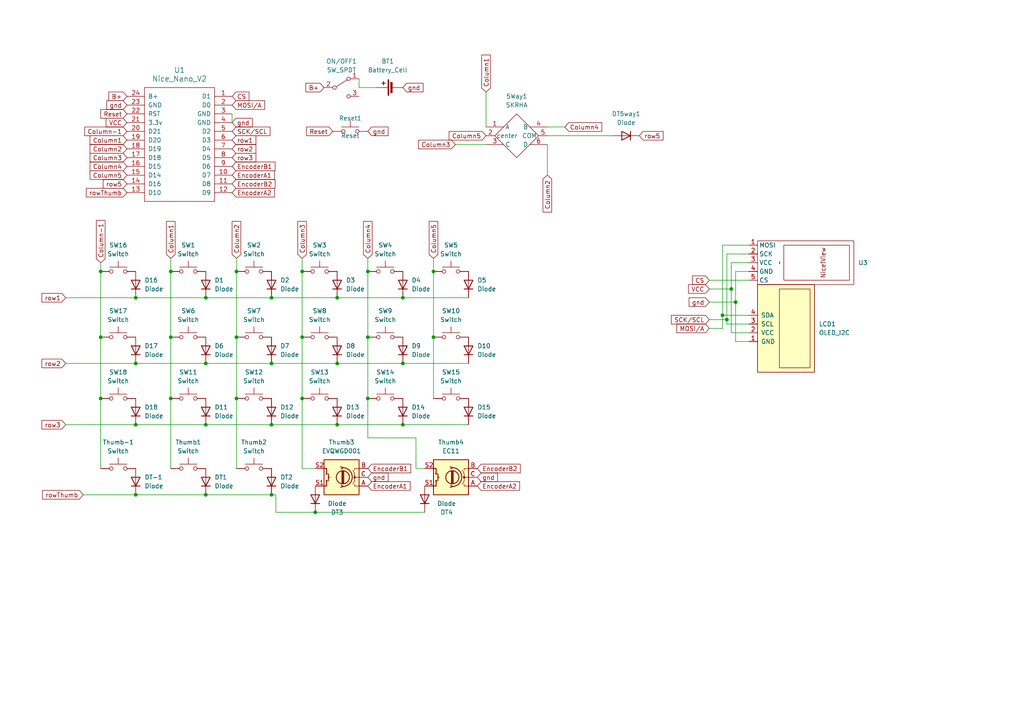
<source format=kicad_sch>
(kicad_sch (version 20230121) (generator eeschema)
  (paper "A4")
  (lib_symbols
    (symbol "Device:Battery_Cell" (pin_numbers hide) (pin_names (offset 0) hide)
      (property "Reference" "BT" (at 2.54 2.54 0))
      (property "Value" "Battery_Cell" (at 2.54 0 0))
      (symbol "Battery_Cell_0_1"
        (rectangle (start -2.286 1.778) (end 2.286 1.524) (fill (type outline)))
        (rectangle (start -1.524 1.016) (end 1.524 0.508) (fill (type outline)))
        (polyline (pts (xy 0 0.762) (xy 0 0)))
        (polyline (pts (xy 0 1.778) (xy 0 2.54)))
        (polyline (pts (xy 0.762 3.048) (xy 1.778 3.048)) (stroke (width 0.254)))
        (polyline (pts (xy 1.27 3.556) (xy 1.27 2.54)) (stroke (width 0.254)))
      )
      (symbol "Battery_Cell_1_1"
        (pin passive line (at 0 5.08 270) (length 2.54) (name "+") (number "1"))
        (pin passive line (at 0 -2.54 90) (length 2.54) (name "-") (number "2"))
      )
    )
    (symbol "Device:RotaryEncoder_Switch" (pin_names (offset 0.254) hide)
      (property "Reference" "SW" (at 0 6.604 0))
      (property "Value" "RotaryEncoder_Switch" (at 0 -6.604 0))
      (symbol "RotaryEncoder_Switch_0_1"
        (rectangle (start -5.08 5.08) (end 5.08 -5.08) (stroke (width 0.254)) (fill (type background)))
        (circle (center -3.81 0) (radius 0.254) (fill (type outline)))
        (circle (center -0.381 0) (radius 1.905) (stroke (width 0.254)))
        (arc (start -0.381 2.667) (mid -3.0988 -0.0635) (end -0.381 -2.794) (stroke (width 0.254)))
        (polyline (pts (xy -0.635 -1.778) (xy -0.635 1.778)) (stroke (width 0.254)))
        (polyline (pts (xy -0.381 -1.778) (xy -0.381 1.778)) (stroke (width 0.254)))
        (polyline (pts (xy -0.127 1.778) (xy -0.127 -1.778)) (stroke (width 0.254)))
        (polyline (pts (xy 3.81 0) (xy 3.429 0)) (stroke (width 0.254)))
        (polyline (pts (xy 3.81 1.016) (xy 3.81 -1.016)) (stroke (width 0.254)))
        (polyline (pts (xy -5.08 -2.54) (xy -3.81 -2.54) (xy -3.81 -2.032)))
        (polyline (pts (xy -5.08 2.54) (xy -3.81 2.54) (xy -3.81 2.032)))
        (polyline (pts (xy 0.254 -3.048) (xy -0.508 -2.794) (xy 0.127 -2.413)) (stroke (width 0.254)))
        (polyline (pts (xy 0.254 2.921) (xy -0.508 2.667) (xy 0.127 2.286)) (stroke (width 0.254)))
        (polyline (pts (xy 5.08 -2.54) (xy 4.318 -2.54) (xy 4.318 -1.016)) (stroke (width 0.254)))
        (polyline (pts (xy 5.08 2.54) (xy 4.318 2.54) (xy 4.318 1.016)) (stroke (width 0.254)))
        (polyline (pts (xy -5.08 0) (xy -3.81 0) (xy -3.81 -1.016) (xy -3.302 -2.032)))
        (polyline (pts (xy -4.318 0) (xy -3.81 0) (xy -3.81 1.016) (xy -3.302 2.032)))
        (circle (center 4.318 -1.016) (radius 0.127) (stroke (width 0.254)))
        (circle (center 4.318 1.016) (radius 0.127) (stroke (width 0.254)))
      )
      (symbol "RotaryEncoder_Switch_1_1"
        (pin passive line (at -7.62 2.54 0) (length 2.54) (name "A") (number "A"))
        (pin passive line (at -7.62 -2.54 0) (length 2.54) (name "B") (number "B"))
        (pin passive line (at -7.62 0 0) (length 2.54) (name "C") (number "C"))
        (pin passive line (at 7.62 2.54 180) (length 2.54) (name "S1") (number "S1"))
        (pin passive line (at 7.62 -2.54 180) (length 2.54) (name "S2") (number "S2"))
      )
    )
    (symbol "Display:OLED_I2C" (pin_names (offset 1.016))
      (property "Reference" "LCD" (at -10.16 11.43 0))
      (property "Value" "OLED_I2C" (at 0 -7.62 0))
      (symbol "OLED_I2C_0_1"
        (rectangle (start -12.7 10.16) (end 12.7 -6.35) (stroke (width 0.2032)) (fill (type background)))
        (rectangle (start -11.43 3.81) (end 11.43 -5.08))
      )
      (symbol "OLED_I2C_1_1"
        (pin power_in line (at -3.81 12.7 270) (length 2.54) (name "GND") (number "1"))
        (pin power_in line (at -1.27 12.7 270) (length 2.54) (name "VCC") (number "2"))
        (pin passive line (at 1.27 12.7 270) (length 2.54) (name "SCL") (number "3"))
        (pin passive line (at 3.81 12.7 270) (length 2.54) (name "SDA") (number "4"))
      )
    )
    (symbol "Nice!View_1"
      (property "Reference" "U" (at 0 0 0))
      (symbol "Nice!View_1_0_1"
        (rectangle (start -6.35 -6.35) (end 6.35 21.59))
        (rectangle (start -5.08 20.32) (end 5.08 1.27))
      )
      (symbol "Nice!View_1_1_1"
        (text "Nice!View\n" (at 0 12.7 0) (effects (font (size 1.27 1.27))))
        (pin input line (at -5.08 -8.89 90) (length 2.54) (name "MOSI") (number "1"))
        (pin input line (at -2.54 -8.89 90) (length 2.54) (name "SCK") (number "2"))
        (pin input line (at 0 -8.89 90) (length 2.54) (name "VCC") (number "3"))
        (pin input line (at 2.54 -8.89 90) (length 2.54) (name "GND") (number "4"))
        (pin input line (at 5.08 -8.89 90) (length 2.54) (name "CS") (number "5"))
      )
    )
    (symbol "ScottoKeebs:MCU_Nice_Nano_V2" (pin_names (offset 1.016))
      (property "Reference" "U" (at 0 0 0))
      (property "Value" "Nice_Nano_V2" (at 0 -19.05 0))
      (symbol "MCU_Nice_Nano_V2_0_1"
        (rectangle (start -10.16 16.51) (end 10.16 -16.51))
      )
      (symbol "MCU_Nice_Nano_V2_1_1"
        (pin input line (at -15.24 13.97 0) (length 5.08) (name "D1") (number "1"))
        (pin input line (at -15.24 -8.89 0) (length 5.08) (name "D7") (number "10"))
        (pin input line (at -15.24 -11.43 0) (length 5.08) (name "D8") (number "11"))
        (pin input line (at -15.24 -13.97 0) (length 5.08) (name "D9") (number "12"))
        (pin input line (at 15.24 -13.97 180) (length 5.08) (name "D10") (number "13"))
        (pin input line (at 15.24 -11.43 180) (length 5.08) (name "D16") (number "14"))
        (pin input line (at 15.24 -8.89 180) (length 5.08) (name "D14") (number "15"))
        (pin input line (at 15.24 -6.35 180) (length 5.08) (name "D15") (number "16"))
        (pin input line (at 15.24 -3.81 180) (length 5.08) (name "D18") (number "17"))
        (pin input line (at 15.24 -1.27 180) (length 5.08) (name "D19") (number "18"))
        (pin input line (at 15.24 1.27 180) (length 5.08) (name "D20") (number "19"))
        (pin input line (at -15.24 11.43 0) (length 5.08) (name "D0") (number "2"))
        (pin input line (at 15.24 3.81 180) (length 5.08) (name "D21") (number "20"))
        (pin input line (at 15.24 6.35 180) (length 5.08) (name "3.3v") (number "21"))
        (pin input line (at 15.24 8.89 180) (length 5.08) (name "RST") (number "22"))
        (pin input line (at 15.24 11.43 180) (length 5.08) (name "GND") (number "23"))
        (pin input line (at 15.24 13.97 180) (length 5.08) (name "B+") (number "24"))
        (pin input line (at -15.24 8.89 0) (length 5.08) (name "GND") (number "3"))
        (pin input line (at -15.24 6.35 0) (length 5.08) (name "GND") (number "4"))
        (pin input line (at -15.24 3.81 0) (length 5.08) (name "D2") (number "5"))
        (pin input line (at -15.24 1.27 0) (length 5.08) (name "D3") (number "6"))
        (pin input line (at -15.24 -1.27 0) (length 5.08) (name "D4") (number "7"))
        (pin input line (at -15.24 -3.81 0) (length 5.08) (name "D5") (number "8"))
        (pin input line (at -15.24 -6.35 0) (length 5.08) (name "D6") (number "9"))
      )
    )
    (symbol "ScottoKeebs:Placeholder_Diode" (pin_numbers hide) (pin_names hide)
      (property "Reference" "D" (at 0 2.54 0))
      (property "Value" "Diode" (at 0 -2.54 0))
      (symbol "Placeholder_Diode_0_1"
        (polyline (pts (xy -1.27 1.27) (xy -1.27 -1.27)) (stroke (width 0.254)))
        (polyline (pts (xy 1.27 0) (xy -1.27 0)))
        (polyline (pts (xy 1.27 1.27) (xy 1.27 -1.27) (xy -1.27 0) (xy 1.27 1.27)) (stroke (width 0.254)))
      )
      (symbol "Placeholder_Diode_1_1"
        (pin passive line (at -3.81 0 0) (length 2.54) (name "K") (number "1"))
        (pin passive line (at 3.81 0 180) (length 2.54) (name "A") (number "2"))
      )
    )
    (symbol "ScottoKeebs:Placeholder_Switch" (pin_numbers hide) (pin_names (offset 1.016) hide)
      (property "Reference" "SW" (at 1.27 2.54 0))
      (property "Value" "Switch" (at 0 -1.524 0))
      (symbol "Placeholder_Switch_0_1"
        (circle (center -2.032 0) (radius 0.508))
        (polyline (pts (xy 0 1.27) (xy 0 3.048)))
        (polyline (pts (xy 2.54 1.27) (xy -2.54 1.27)))
        (circle (center 2.032 0) (radius 0.508))
        (pin passive line (at -5.08 0 0) (length 2.54) (name "1") (number "1"))
        (pin passive line (at 5.08 0 180) (length 2.54) (name "2") (number "2"))
      )
    )
    (symbol "Switch:SW_SPDT" (pin_names (offset 0) hide)
      (property "Reference" "SW" (at 0 4.318 0))
      (property "Value" "SW_SPDT" (at 0 -5.08 0))
      (symbol "SW_SPDT_0_0"
        (circle (center -2.032 0) (radius 0.508))
        (circle (center 2.032 -2.54) (radius 0.508))
      )
      (symbol "SW_SPDT_0_1"
        (polyline (pts (xy -1.524 0.254) (xy 1.651 2.286)))
        (circle (center 2.032 2.54) (radius 0.508))
      )
      (symbol "SW_SPDT_1_1"
        (pin passive line (at 5.08 2.54 180) (length 2.54) (name "A") (number "1"))
        (pin passive line (at -5.08 0 0) (length 2.54) (name "B") (number "2"))
        (pin passive line (at 5.08 -2.54 180) (length 2.54) (name "C") (number "3"))
      )
    )
    (symbol "switch:SKRHA"
      (property "Reference" "SW" (at 0 8.89 0))
      (property "Value" "SKRHA" (at 0 -8.89 0))
      (symbol "SKRHA_0_1"
        (polyline (pts (xy 0 -6.35) (xy 6.35 0) (xy 0 6.35) (xy -6.35 0) (xy 0 -6.35)) (stroke (width 0.1524)))
      )
      (symbol "SKRHA_1_1"
        (pin bidirectional line (at -8.89 2.54 0) (length 5.08) (name "A") (number "1"))
        (pin bidirectional line (at -8.89 0 0) (length 2.54) (name "center") (number "2"))
        (pin bidirectional line (at -8.89 -2.54 0) (length 5.08) (name "C") (number "3"))
        (pin bidirectional line (at 8.89 2.54 180) (length 5.08) (name "B") (number "4"))
        (pin bidirectional line (at 8.89 0 180) (length 2.54) (name "COM") (number "5"))
        (pin bidirectional line (at 8.89 -2.54 180) (length 5.08) (name "D") (number "6"))
      )
    )
  )
  (junction (at 116.84 86.36))
  (junction (at 39.37 123.19))
  (junction (at 68.58 78.74))
  (junction (at 68.58 97.79))
  (junction (at 125.73 97.79))
  (junction (at 212.09 83.82))
  (junction (at 29.21 115.57))
  (junction (at 29.21 78.74))
  (junction (at 59.69 143.51))
  (junction (at 68.58 115.57))
  (junction (at 91.44 148.59))
  (junction (at 116.84 105.41))
  (junction (at 97.79 86.36))
  (junction (at 209.55 91.44))
  (junction (at 59.69 123.19))
  (junction (at 49.53 97.79))
  (junction (at 106.68 115.57))
  (junction (at 59.69 86.36))
  (junction (at 125.73 78.74))
  (junction (at 78.74 105.41))
  (junction (at 97.79 105.41))
  (junction (at 78.74 86.36))
  (junction (at 106.68 97.79))
  (junction (at 210.82 92.71))
  (junction (at 116.84 123.19))
  (junction (at 49.53 115.57))
  (junction (at 39.37 86.36))
  (junction (at 97.79 123.19))
  (junction (at 39.37 105.41))
  (junction (at 87.63 97.79))
  (junction (at 213.36 87.63))
  (junction (at 87.63 115.57))
  (junction (at 59.69 105.41))
  (junction (at 87.63 78.74))
  (junction (at 78.74 143.51))
  (junction (at 29.21 97.79))
  (junction (at 106.68 78.74))
  (junction (at 39.37 143.51))
  (junction (at 49.53 78.74))
  (junction (at 78.74 123.19))
  (wire (pts (xy 209.55 95.25) (xy 209.55 91.44)))
  (wire (pts (xy 97.79 86.36) (xy 116.84 86.36)))
  (wire (pts (xy 125.73 74.93) (xy 125.73 78.74)))
  (wire (pts (xy 212.09 76.2) (xy 217.17 76.2)))
  (wire (pts (xy 49.53 97.79) (xy 49.53 115.57)))
  (wire (pts (xy 213.36 87.63) (xy 213.36 78.74)))
  (wire (pts (xy 106.68 97.79) (xy 106.68 115.57)))
  (wire (pts (xy 140.97 26.67) (xy 140.97 36.83)))
  (wire (pts (xy 125.73 97.79) (xy 125.73 115.57)))
  (wire (pts (xy 49.53 78.74) (xy 49.53 97.79)))
  (wire (pts (xy 217.17 99.06) (xy 213.36 99.06)))
  (wire (pts (xy 59.69 86.36) (xy 78.74 86.36)))
  (wire (pts (xy 123.19 135.89) (xy 120.65 135.89)))
  (wire (pts (xy 212.09 83.82) (xy 212.09 76.2)))
  (wire (pts (xy 19.05 123.19) (xy 39.37 123.19)))
  (wire (pts (xy 19.05 105.41) (xy 39.37 105.41)))
  (wire (pts (xy 68.58 78.74) (xy 68.58 97.79)))
  (wire (pts (xy 39.37 143.51) (xy 59.69 143.51)))
  (wire (pts (xy 91.44 135.89) (xy 87.63 135.89)))
  (wire (pts (xy 205.74 95.25) (xy 209.55 95.25)))
  (wire (pts (xy 87.63 74.93) (xy 87.63 78.74)))
  (wire (pts (xy 59.69 143.51) (xy 78.74 143.51)))
  (wire (pts (xy 29.21 115.57) (xy 29.21 135.89)))
  (wire (pts (xy 132.08 41.91) (xy 140.97 41.91)))
  (wire (pts (xy 78.74 123.19) (xy 97.79 123.19)))
  (wire (pts (xy 217.17 96.52) (xy 212.09 96.52)))
  (wire (pts (xy 68.58 115.57) (xy 68.58 135.89)))
  (wire (pts (xy 29.21 76.2) (xy 29.21 78.74)))
  (wire (pts (xy 68.58 74.93) (xy 68.58 78.74)))
  (wire (pts (xy 29.21 97.79) (xy 29.21 115.57)))
  (wire (pts (xy 158.75 36.83) (xy 163.83 36.83)))
  (wire (pts (xy 209.55 91.44) (xy 217.17 91.44)))
  (wire (pts (xy 39.37 86.36) (xy 59.69 86.36)))
  (wire (pts (xy 205.74 92.71) (xy 210.82 92.71)))
  (wire (pts (xy 158.75 39.37) (xy 177.8 39.37)))
  (wire (pts (xy 210.82 92.71) (xy 210.82 73.66)))
  (wire (pts (xy 78.74 86.36) (xy 97.79 86.36)))
  (wire (pts (xy 213.36 78.74) (xy 217.17 78.74)))
  (wire (pts (xy 158.75 41.91) (xy 158.75 50.8)))
  (wire (pts (xy 210.82 73.66) (xy 217.17 73.66)))
  (wire (pts (xy 212.09 83.82) (xy 212.09 96.52)))
  (wire (pts (xy 116.84 105.41) (xy 135.89 105.41)))
  (wire (pts (xy 106.68 74.93) (xy 106.68 78.74)))
  (wire (pts (xy 80.01 148.59) (xy 91.44 148.59)))
  (wire (pts (xy 217.17 93.98) (xy 210.82 93.98)))
  (wire (pts (xy 116.84 86.36) (xy 135.89 86.36)))
  (wire (pts (xy 78.74 143.51) (xy 80.01 143.51)))
  (wire (pts (xy 39.37 123.19) (xy 59.69 123.19)))
  (wire (pts (xy 91.44 148.59) (xy 123.19 148.59)))
  (wire (pts (xy 205.74 83.82) (xy 212.09 83.82)))
  (wire (pts (xy 125.73 78.74) (xy 125.73 97.79)))
  (wire (pts (xy 59.69 105.41) (xy 78.74 105.41)))
  (wire (pts (xy 59.69 123.19) (xy 78.74 123.19)))
  (wire (pts (xy 104.14 25.4) (xy 109.22 25.4)))
  (wire (pts (xy 19.05 86.36) (xy 39.37 86.36)))
  (wire (pts (xy 120.65 135.89) (xy 120.65 127)))
  (wire (pts (xy 205.74 87.63) (xy 213.36 87.63)))
  (wire (pts (xy 205.74 81.28) (xy 217.17 81.28)))
  (wire (pts (xy 104.14 22.86) (xy 104.14 25.4)))
  (wire (pts (xy 106.68 78.74) (xy 106.68 97.79)))
  (wire (pts (xy 97.79 123.19) (xy 116.84 123.19)))
  (wire (pts (xy 87.63 78.74) (xy 87.63 97.79)))
  (wire (pts (xy 78.74 105.41) (xy 97.79 105.41)))
  (wire (pts (xy 80.01 143.51) (xy 80.01 148.59)))
  (wire (pts (xy 39.37 105.41) (xy 59.69 105.41)))
  (wire (pts (xy 213.36 87.63) (xy 213.36 99.06)))
  (wire (pts (xy 120.65 127) (xy 106.68 127)))
  (wire (pts (xy 116.84 123.19) (xy 135.89 123.19)))
  (wire (pts (xy 87.63 97.79) (xy 87.63 115.57)))
  (wire (pts (xy 24.13 143.51) (xy 39.37 143.51)))
  (wire (pts (xy 49.53 74.93) (xy 49.53 78.74)))
  (wire (pts (xy 210.82 93.98) (xy 210.82 92.71)))
  (wire (pts (xy 68.58 97.79) (xy 68.58 115.57)))
  (wire (pts (xy 209.55 71.12) (xy 217.17 71.12)))
  (wire (pts (xy 29.21 78.74) (xy 29.21 97.79)))
  (wire (pts (xy 49.53 115.57) (xy 49.53 135.89)))
  (wire (pts (xy 209.55 71.12) (xy 209.55 91.44)))
  (wire (pts (xy 67.31 35.56) (xy 67.31 33.02)))
  (wire (pts (xy 87.63 115.57) (xy 87.63 135.89)))
  (wire (pts (xy 106.68 115.57) (xy 106.68 127)))
  (wire (pts (xy 97.79 105.41) (xy 116.84 105.41)))
  (global_label "Column-1" (shape input) (at 36.83 38.1 180) (property "Intersheetrefs" "${INTERSHEET_REFS}" (effects hide)))
  (global_label "SCK{slash}SCL" (shape input) (at 205.74 92.71 180) (property "Intersheetrefs" "${INTERSHEET_REFS}" (effects hide)))
  (global_label "EncoderA1" (shape input) (at 67.31 50.8 0) (property "Intersheetrefs" "${INTERSHEET_REFS}" (effects hide)))
  (global_label "CS" (shape input) (at 205.74 81.28 180) (property "Intersheetrefs" "${INTERSHEET_REFS}" (effects hide)))
  (global_label "Column3" (shape input) (at 132.08 41.91 180) (property "Intersheetrefs" "${INTERSHEET_REFS}" (effects hide)))
  (global_label "Column3" (shape input) (at 87.63 74.93 90) (property "Intersheetrefs" "${INTERSHEET_REFS}" (effects hide)))
  (global_label "row1" (shape input) (at 19.05 86.36 180) (property "Intersheetrefs" "${INTERSHEET_REFS}" (effects hide)))
  (global_label "EncoderA2" (shape input) (at 67.31 55.88 0) (property "Intersheetrefs" "${INTERSHEET_REFS}" (effects hide)))
  (global_label "row3" (shape input) (at 67.31 45.72 0) (property "Intersheetrefs" "${INTERSHEET_REFS}" (effects hide)))
  (global_label "B+" (shape input) (at 93.98 25.4 180) (property "Intersheetrefs" "${INTERSHEET_REFS}" (effects hide)))
  (global_label "Column2" (shape input) (at 158.75 50.8 270) (property "Intersheetrefs" "${INTERSHEET_REFS}" (effects hide)))
  (global_label "rowThumb" (shape input) (at 24.13 143.51 180) (property "Intersheetrefs" "${INTERSHEET_REFS}" (effects hide)))
  (global_label "VCC" (shape input) (at 205.74 83.82 180) (property "Intersheetrefs" "${INTERSHEET_REFS}" (effects hide)))
  (global_label "EncoderB1" (shape input) (at 67.31 48.26 0) (property "Intersheetrefs" "${INTERSHEET_REFS}" (effects hide)))
  (global_label "gnd" (shape input) (at 36.83 30.48 180) (property "Intersheetrefs" "${INTERSHEET_REFS}" (effects hide)))
  (global_label "Reset" (shape input) (at 96.52 38.1 180) (property "Intersheetrefs" "${INTERSHEET_REFS}" (effects hide)))
  (global_label "gnd" (shape input) (at 116.84 25.4 0) (property "Intersheetrefs" "${INTERSHEET_REFS}" (effects hide)))
  (global_label "Column4" (shape input) (at 163.83 36.83 0) (property "Intersheetrefs" "${INTERSHEET_REFS}" (effects hide)))
  (global_label "gnd" (shape input) (at 106.68 138.43 0) (property "Intersheetrefs" "${INTERSHEET_REFS}" (effects hide)))
  (global_label "MOSI{slash}A" (shape input) (at 67.31 30.48 0) (property "Intersheetrefs" "${INTERSHEET_REFS}" (effects hide)))
  (global_label "row1" (shape input) (at 67.31 40.64 0) (property "Intersheetrefs" "${INTERSHEET_REFS}" (effects hide)))
  (global_label "MOSI{slash}A" (shape input) (at 205.74 95.25 180) (property "Intersheetrefs" "${INTERSHEET_REFS}" (effects hide)))
  (global_label "Column3" (shape input) (at 36.83 45.72 180) (property "Intersheetrefs" "${INTERSHEET_REFS}" (effects hide)))
  (global_label "EncoderA1" (shape input) (at 106.68 140.97 0) (property "Intersheetrefs" "${INTERSHEET_REFS}" (effects hide)))
  (global_label "Column2" (shape input) (at 36.83 43.18 180) (property "Intersheetrefs" "${INTERSHEET_REFS}" (effects hide)))
  (global_label "Column5" (shape input) (at 36.83 50.8 180) (property "Intersheetrefs" "${INTERSHEET_REFS}" (effects hide)))
  (global_label "Column1" (shape input) (at 49.53 74.93 90) (property "Intersheetrefs" "${INTERSHEET_REFS}" (effects hide)))
  (global_label "row2" (shape input) (at 19.05 105.41 180) (property "Intersheetrefs" "${INTERSHEET_REFS}" (effects hide)))
  (global_label "Reset" (shape input) (at 36.83 33.02 180) (property "Intersheetrefs" "${INTERSHEET_REFS}" (effects hide)))
  (global_label "VCC" (shape input) (at 36.83 35.56 180) (property "Intersheetrefs" "${INTERSHEET_REFS}" (effects hide)))
  (global_label "Column4" (shape input) (at 36.83 48.26 180) (property "Intersheetrefs" "${INTERSHEET_REFS}" (effects hide)))
  (global_label "EncoderB2" (shape input) (at 138.43 135.89 0) (property "Intersheetrefs" "${INTERSHEET_REFS}" (effects hide)))
  (global_label "rowThumb" (shape input) (at 36.83 55.88 180) (property "Intersheetrefs" "${INTERSHEET_REFS}" (effects hide)))
  (global_label "EncoderA2" (shape input) (at 138.43 140.97 0) (property "Intersheetrefs" "${INTERSHEET_REFS}" (effects hide)))
  (global_label "Column1" (shape input) (at 140.97 26.67 90) (property "Intersheetrefs" "${INTERSHEET_REFS}" (effects hide)))
  (global_label "gnd" (shape input) (at 205.74 87.63 180) (property "Intersheetrefs" "${INTERSHEET_REFS}" (effects hide)))
  (global_label "row2" (shape input) (at 67.31 43.18 0) (property "Intersheetrefs" "${INTERSHEET_REFS}" (effects hide)))
  (global_label "SCK{slash}SCL" (shape input) (at 67.31 38.1 0) (property "Intersheetrefs" "${INTERSHEET_REFS}" (effects hide)))
  (global_label "Column5" (shape input) (at 125.73 74.93 90) (property "Intersheetrefs" "${INTERSHEET_REFS}" (effects hide)))
  (global_label "Column4" (shape input) (at 106.68 74.93 90) (property "Intersheetrefs" "${INTERSHEET_REFS}" (effects hide)))
  (global_label "gnd" (shape input) (at 106.68 38.1 0) (property "Intersheetrefs" "${INTERSHEET_REFS}" (effects hide)))
  (global_label "Column1" (shape input) (at 36.83 40.64 180) (property "Intersheetrefs" "${INTERSHEET_REFS}" (effects hide)))
  (global_label "Column5" (shape input) (at 140.97 39.37 180) (property "Intersheetrefs" "${INTERSHEET_REFS}" (effects hide)))
  (global_label "EncoderB1" (shape input) (at 106.68 135.89 0) (property "Intersheetrefs" "${INTERSHEET_REFS}" (effects hide)))
  (global_label "gnd" (shape input) (at 138.43 138.43 0) (property "Intersheetrefs" "${INTERSHEET_REFS}" (effects hide)))
  (global_label "EncoderB2" (shape input) (at 67.31 53.34 0) (property "Intersheetrefs" "${INTERSHEET_REFS}" (effects hide)))
  (global_label "row3" (shape input) (at 19.05 123.19 180) (property "Intersheetrefs" "${INTERSHEET_REFS}" (effects hide)))
  (global_label "row5" (shape input) (at 185.42 39.37 0) (property "Intersheetrefs" "${INTERSHEET_REFS}" (effects hide)))
  (global_label "B+" (shape input) (at 36.83 27.94 180) (property "Intersheetrefs" "${INTERSHEET_REFS}" (effects hide)))
  (global_label "gnd" (shape input) (at 67.31 35.56 0) (property "Intersheetrefs" "${INTERSHEET_REFS}" (effects hide)))
  (global_label "Column2" (shape input) (at 68.58 74.93 90) (property "Intersheetrefs" "${INTERSHEET_REFS}" (effects hide)))
  (global_label "Column-1" (shape input) (at 29.21 76.2 90) (property "Intersheetrefs" "${INTERSHEET_REFS}" (effects hide)))
  (global_label "row5" (shape input) (at 36.83 53.34 180) (property "Intersheetrefs" "${INTERSHEET_REFS}" (effects hide)))
  (global_label "CS" (shape input) (at 67.31 27.94 0) (property "Intersheetrefs" "${INTERSHEET_REFS}" (effects hide)))
  (symbol (lib_id "ScottoKeebs:Placeholder_Diode") (at 97.79 101.6 90) (unit 1)
    (property "Reference" "D8" (at 100.33 100.33 90) (effects (justify right)))
    (property "Value" "Diode" (at 100.33 102.87 90) (effects (justify right)))
    (property "Footprint" "ScottoKeebs_Components:Diode_SOD-123_mod" (effects hide))
    (property "Sim.Device" "D" (effects hide))
    (property "Sim.Pins" "1=K 2=A" (effects hide))
  )
  (symbol (lib_id "ScottoKeebs:Placeholder_Diode") (at 135.89 119.38 90) (unit 1)
    (property "Reference" "D15" (at 138.43 118.11 90) (effects (justify right)))
    (property "Value" "Diode" (at 138.43 120.65 90) (effects (justify right)))
    (property "Footprint" "ScottoKeebs_Components:Diode_SOD-123_mod" (effects hide))
    (property "Sim.Device" "D" (effects hide))
    (property "Sim.Pins" "1=K 2=A" (effects hide))
  )
  (symbol (lib_id "ScottoKeebs:Placeholder_Switch") (at 54.61 78.74 0) (unit 1)
    (property "Reference" "SW1" (at 54.61 71.12 0))
    (property "Value" "Switch" (at 54.61 73.66 0))
    (property "Footprint" "ScottoKeebs_Hotswap:Hotswap_Choc_V1_1.00u_mod" (effects hide))
  )
  (symbol (lib_id "ScottoKeebs:Placeholder_Diode") (at 59.69 139.7 90) (unit 1)
    (property "Reference" "DT1" (at 62.23 138.43 90) (effects (justify right)))
    (property "Value" "Diode" (at 62.23 140.97 90) (effects (justify right)))
    (property "Footprint" "ScottoKeebs_Components:Diode_SOD-123_mod" (effects hide))
    (property "Sim.Device" "D" (effects hide))
    (property "Sim.Pins" "1=K 2=A" (effects hide))
  )
  (symbol (lib_id "ScottoKeebs:Placeholder_Diode") (at 123.19 144.78 90) (unit 1)
    (property "Reference" "DT4" (at 129.54 148.59 90))
    (property "Value" "Diode" (at 129.54 146.05 90))
    (property "Footprint" "ScottoKeebs_Components:Diode_SOD-123_mod" (effects hide))
    (property "Sim.Device" "D" (effects hide))
    (property "Sim.Pins" "1=K 2=A" (effects hide))
  )
  (symbol (lib_id "ScottoKeebs:Placeholder_Diode") (at 91.44 144.78 90) (unit 1)
    (property "Reference" "DT3" (at 97.79 148.59 90))
    (property "Value" "Diode" (at 97.79 146.05 90))
    (property "Footprint" "ScottoKeebs_Components:Diode_SOD-123_mod" (effects hide))
    (property "Sim.Device" "D" (effects hide))
    (property "Sim.Pins" "1=K 2=A" (effects hide))
  )
  (symbol (lib_id "ScottoKeebs:Placeholder_Diode") (at 39.37 82.55 90) (unit 1)
    (property "Reference" "D16" (at 41.91 81.28 90) (effects (justify right)))
    (property "Value" "Diode" (at 41.91 83.82 90) (effects (justify right)))
    (property "Footprint" "ScottoKeebs_Components:Diode_SOD-123_mod" (effects hide))
    (property "Sim.Device" "D" (effects hide))
    (property "Sim.Pins" "1=K 2=A" (effects hide))
  )
  (symbol (lib_id "ScottoKeebs:Placeholder_Switch") (at 130.81 78.74 0) (unit 1)
    (property "Reference" "SW5" (at 130.81 71.12 0))
    (property "Value" "Switch" (at 130.81 73.66 0))
    (property "Footprint" "ScottoKeebs_Hotswap:Hotswap_Choc_V1_1.00u_mod" (effects hide))
  )
  (symbol (lib_id "ScottoKeebs:Placeholder_Diode") (at 39.37 139.7 90) (unit 1)
    (property "Reference" "DT-1" (at 41.91 138.43 90) (effects (justify right)))
    (property "Value" "Diode" (at 41.91 140.97 90) (effects (justify right)))
    (property "Footprint" "ScottoKeebs_Components:Diode_SOD-123_mod" (effects hide))
    (property "Sim.Device" "D" (effects hide))
    (property "Sim.Pins" "1=K 2=A" (effects hide))
  )
  (symbol (lib_id "ScottoKeebs:Placeholder_Diode") (at 116.84 82.55 90) (unit 1)
    (property "Reference" "D4" (at 119.38 81.28 90) (effects (justify right)))
    (property "Value" "Diode" (at 119.38 83.82 90) (effects (justify right)))
    (property "Footprint" "ScottoKeebs_Components:Diode_SOD-123_mod" (effects hide))
    (property "Sim.Device" "D" (effects hide))
    (property "Sim.Pins" "1=K 2=A" (effects hide))
  )
  (symbol (lib_id "ScottoKeebs:Placeholder_Diode") (at 97.79 82.55 90) (unit 1)
    (property "Reference" "D3" (at 100.33 81.28 90) (effects (justify right)))
    (property "Value" "Diode" (at 100.33 83.82 90) (effects (justify right)))
    (property "Footprint" "ScottoKeebs_Components:Diode_SOD-123_mod" (effects hide))
    (property "Sim.Device" "D" (effects hide))
    (property "Sim.Pins" "1=K 2=A" (effects hide))
  )
  (symbol (lib_id "Device:RotaryEncoder_Switch") (at 99.06 138.43 180) (unit 1)
    (property "Reference" "Thumb3" (at 99.06 128.27 0))
    (property "Value" "EVQWGD001" (at 99.06 130.81 0))
    (property "Footprint" "Encoder:RollerEncoder_Panasonic_EVQWGD001_mod" (effects hide))
  )
  (symbol (lib_id "ScottoKeebs:Placeholder_Diode") (at 59.69 101.6 90) (unit 1)
    (property "Reference" "D6" (at 62.23 100.33 90) (effects (justify right)))
    (property "Value" "Diode" (at 62.23 102.87 90) (effects (justify right)))
    (property "Footprint" "ScottoKeebs_Components:Diode_SOD-123_mod" (effects hide))
    (property "Sim.Device" "D" (effects hide))
    (property "Sim.Pins" "1=K 2=A" (effects hide))
  )
  (symbol (lib_id "ScottoKeebs:Placeholder_Diode") (at 78.74 119.38 90) (unit 1)
    (property "Reference" "D12" (at 81.28 118.11 90) (effects (justify right)))
    (property "Value" "Diode" (at 81.28 120.65 90) (effects (justify right)))
    (property "Footprint" "ScottoKeebs_Components:Diode_SOD-123_mod" (effects hide))
    (property "Sim.Device" "D" (effects hide))
    (property "Sim.Pins" "1=K 2=A" (effects hide))
  )
  (symbol (lib_id "ScottoKeebs:Placeholder_Switch") (at 34.29 135.89 0) (unit 1)
    (property "Reference" "Thumb-1" (at 34.29 128.27 0))
    (property "Value" "Switch" (at 34.29 130.81 0))
    (property "Footprint" "ScottoKeebs_Hotswap:Hotswap_Choc_V1_1.00u_mod" (effects hide))
  )
  (symbol (lib_id "ScottoKeebs:Placeholder_Switch") (at 111.76 115.57 0) (unit 1)
    (property "Reference" "SW14" (at 111.76 107.95 0))
    (property "Value" "Switch" (at 111.76 110.49 0))
    (property "Footprint" "ScottoKeebs_Hotswap:Hotswap_Choc_V1_1.00u_mod" (effects hide))
  )
  (symbol (lib_id "ScottoKeebs:Placeholder_Switch") (at 92.71 78.74 0) (unit 1)
    (property "Reference" "SW3" (at 92.71 71.12 0))
    (property "Value" "Switch" (at 92.71 73.66 0))
    (property "Footprint" "ScottoKeebs_Hotswap:Hotswap_Choc_V1_1.00u_mod" (effects hide))
  )
  (symbol (lib_id "ScottoKeebs:Placeholder_Switch") (at 92.71 115.57 0) (unit 1)
    (property "Reference" "SW13" (at 92.71 107.95 0))
    (property "Value" "Switch" (at 92.71 110.49 0))
    (property "Footprint" "ScottoKeebs_Hotswap:Hotswap_Choc_V1_1.00u_mod" (effects hide))
  )
  (symbol (lib_id "ScottoKeebs:Placeholder_Switch") (at 111.76 97.79 0) (unit 1)
    (property "Reference" "SW9" (at 111.76 90.17 0))
    (property "Value" "Switch" (at 111.76 92.71 0))
    (property "Footprint" "ScottoKeebs_Hotswap:Hotswap_Choc_V1_1.00u_mod" (effects hide))
  )
  (symbol (lib_id "Switch:SW_SPDT") (at 99.06 25.4 0) (unit 1)
    (property "Reference" "ON/OFF1" (at 99.06 17.78 0))
    (property "Value" "SW_SPDT" (at 99.06 20.32 0))
    (property "Footprint" "switch:switch-MSK-12C02-smd" (effects hide))
  )
  (symbol (lib_id "ScottoKeebs:Placeholder_Switch") (at 54.61 115.57 0) (unit 1)
    (property "Reference" "SW11" (at 54.61 107.95 0))
    (property "Value" "Switch" (at 54.61 110.49 0))
    (property "Footprint" "ScottoKeebs_Hotswap:Hotswap_Choc_V1_1.00u_mod" (effects hide))
  )
  (symbol (lib_id "ScottoKeebs:Placeholder_Switch") (at 34.29 78.74 0) (unit 1)
    (property "Reference" "SW16" (at 34.29 71.12 0))
    (property "Value" "Switch" (at 34.29 73.66 0))
    (property "Footprint" "ScottoKeebs_Hotswap:Hotswap_Choc_V1_1.00u_mod" (effects hide))
  )
  (symbol (lib_id "ScottoKeebs:Placeholder_Diode") (at 59.69 119.38 90) (unit 1)
    (property "Reference" "D11" (at 62.23 118.11 90) (effects (justify right)))
    (property "Value" "Diode" (at 62.23 120.65 90) (effects (justify right)))
    (property "Footprint" "ScottoKeebs_Components:Diode_SOD-123_mod" (effects hide))
    (property "Sim.Device" "D" (effects hide))
    (property "Sim.Pins" "1=K 2=A" (effects hide))
  )
  (symbol (lib_id "Display:OLED_I2C") (at 229.87 95.25 90) (unit 1)
    (property "Reference" "LCD1" (at 237.49 93.98 90) (effects (justify right)))
    (property "Value" "OLED_I2C" (at 237.49 96.52 90) (effects (justify right)))
    (property "Footprint" "Display1:OLED_I2C_128x32+NiceView" (effects hide))
  )
  (symbol (lib_id "switch:SKRHA") (at 149.86 39.37 0) (unit 1)
    (property "Reference" "5Way1" (at 149.86 27.94 0))
    (property "Value" "SKRHA" (at 149.86 30.48 0))
    (property "Footprint" "switch:SKRHA-boss_mod_doble" (effects hide))
  )
  (symbol (lib_id "ScottoKeebs:Placeholder_Switch") (at 54.61 135.89 0) (unit 1)
    (property "Reference" "Thumb1" (at 54.61 128.27 0))
    (property "Value" "Switch" (at 54.61 130.81 0))
    (property "Footprint" "ScottoKeebs_Hotswap:Hotswap_Choc_V1_1.00u_mod" (effects hide))
  )
  (symbol (lib_id "ScottoKeebs:Placeholder_Switch") (at 34.29 97.79 0) (unit 1)
    (property "Reference" "SW17" (at 34.29 90.17 0))
    (property "Value" "Switch" (at 34.29 92.71 0))
    (property "Footprint" "ScottoKeebs_Hotswap:Hotswap_Choc_V1_1.00u_mod" (effects hide))
  )
  (symbol (lib_id "ScottoKeebs:Placeholder_Switch") (at 73.66 135.89 0) (unit 1)
    (property "Reference" "Thumb2" (at 73.66 128.27 0))
    (property "Value" "Switch" (at 73.66 130.81 0))
    (property "Footprint" "ScottoKeebs_Hotswap:Hotswap_Choc_V1_1.00u_mod" (effects hide))
  )
  (symbol (lib_id "Device:Battery_Cell") (at 114.3 25.4 90) (unit 1)
    (property "Reference" "BT1" (at 112.4585 17.78 90))
    (property "Value" "Battery_Cell" (at 112.4585 20.32 90))
    (property "Footprint" "mine:JST_ZH_2PIN_1.5MM" (effects hide))
  )
  (symbol (lib_id "ScottoKeebs:Placeholder_Diode") (at 78.74 139.7 90) (unit 1)
    (property "Reference" "DT2" (at 81.28 138.43 90) (effects (justify right)))
    (property "Value" "Diode" (at 81.28 140.97 90) (effects (justify right)))
    (property "Footprint" "ScottoKeebs_Components:Diode_SOD-123_mod" (effects hide))
    (property "Sim.Device" "D" (effects hide))
    (property "Sim.Pins" "1=K 2=A" (effects hide))
  )
  (symbol (lib_id "ScottoKeebs:Placeholder_Diode") (at 135.89 82.55 90) (unit 1)
    (property "Reference" "D5" (at 138.43 81.28 90) (effects (justify right)))
    (property "Value" "Diode" (at 138.43 83.82 90) (effects (justify right)))
    (property "Footprint" "ScottoKeebs_Components:Diode_SOD-123_mod" (effects hide))
    (property "Sim.Device" "D" (effects hide))
    (property "Sim.Pins" "1=K 2=A" (effects hide))
  )
  (symbol (lib_id "Device:RotaryEncoder_Switch") (at 130.81 138.43 180) (unit 1)
    (property "Reference" "Thumb4" (at 130.81 128.27 0))
    (property "Value" "EC11" (at 130.81 130.81 0))
    (property "Footprint" "Encoder:RollerEncoder_Panasonic_EVQWGD001_mod" (effects hide))
  )
  (symbol (lib_id "ScottoKeebs:Placeholder_Diode") (at 181.61 39.37 180) (unit 1)
    (property "Reference" "DT5way1" (at 181.61 33.02 0))
    (property "Value" "Diode" (at 181.61 35.56 0))
    (property "Footprint" "ScottoKeebs_Components:Diode_SOD-123_mod" (effects hide))
    (property "Sim.Device" "D" (effects hide))
    (property "Sim.Pins" "1=K 2=A" (effects hide))
  )
  (symbol (lib_id "ScottoKeebs:Placeholder_Switch") (at 34.29 115.57 0) (unit 1)
    (property "Reference" "SW18" (at 34.29 107.95 0))
    (property "Value" "Switch" (at 34.29 110.49 0))
    (property "Footprint" "ScottoKeebs_Hotswap:Hotswap_Choc_V1_1.00u_mod" (effects hide))
  )
  (symbol (lib_id "ScottoKeebs:Placeholder_Switch") (at 130.81 97.79 0) (unit 1)
    (property "Reference" "SW10" (at 130.81 90.17 0))
    (property "Value" "Switch" (at 130.81 92.71 0))
    (property "Footprint" "ScottoKeebs_Hotswap:Hotswap_Choc_V1_1.00u_mod" (effects hide))
  )
  (symbol (lib_id "ScottoKeebs:Placeholder_Diode") (at 97.79 119.38 90) (unit 1)
    (property "Reference" "D13" (at 100.33 118.11 90) (effects (justify right)))
    (property "Value" "Diode" (at 100.33 120.65 90) (effects (justify right)))
    (property "Footprint" "ScottoKeebs_Components:Diode_SOD-123_mod" (effects hide))
    (property "Sim.Device" "D" (effects hide))
    (property "Sim.Pins" "1=K 2=A" (effects hide))
  )
  (symbol (lib_id "ScottoKeebs:Placeholder_Diode") (at 39.37 101.6 90) (unit 1)
    (property "Reference" "D17" (at 41.91 100.33 90) (effects (justify right)))
    (property "Value" "Diode" (at 41.91 102.87 90) (effects (justify right)))
    (property "Footprint" "ScottoKeebs_Components:Diode_SOD-123_mod" (effects hide))
    (property "Sim.Device" "D" (effects hide))
    (property "Sim.Pins" "1=K 2=A" (effects hide))
  )
  (symbol (lib_id "ScottoKeebs:Placeholder_Diode") (at 116.84 101.6 90) (unit 1)
    (property "Reference" "D9" (at 119.38 100.33 90) (effects (justify right)))
    (property "Value" "Diode" (at 119.38 102.87 90) (effects (justify right)))
    (property "Footprint" "ScottoKeebs_Components:Diode_SOD-123_mod" (effects hide))
    (property "Sim.Device" "D" (effects hide))
    (property "Sim.Pins" "1=K 2=A" (effects hide))
  )
  (symbol (lib_id "ScottoKeebs:MCU_Nice_Nano_V2") (at 52.07 41.91 0) (mirror y) (unit 1)
    (property "Reference" "U1" (at 52.07 20.32 0) (effects (font (size 1.524 1.524))))
    (property "Value" "Nice_Nano_V2" (at 52.07 22.86 0) (effects (font (size 1.524 1.524))))
    (property "Footprint" "mine:ProMicro_jumpers" (effects hide))
  )
  (symbol (lib_id "ScottoKeebs:Placeholder_Diode") (at 78.74 101.6 90) (unit 1)
    (property "Reference" "D7" (at 81.28 100.33 90) (effects (justify right)))
    (property "Value" "Diode" (at 81.28 102.87 90) (effects (justify right)))
    (property "Footprint" "ScottoKeebs_Components:Diode_SOD-123_mod" (effects hide))
    (property "Sim.Device" "D" (effects hide))
    (property "Sim.Pins" "1=K 2=A" (effects hide))
  )
  (symbol (lib_id "ScottoKeebs:Placeholder_Switch") (at 54.61 97.79 0) (unit 1)
    (property "Reference" "SW6" (at 54.61 90.17 0))
    (property "Value" "Switch" (at 54.61 92.71 0))
    (property "Footprint" "ScottoKeebs_Hotswap:Hotswap_Choc_V1_1.00u_mod" (effects hide))
  )
  (symbol (lib_id "ScottoKeebs:Placeholder_Diode") (at 78.74 82.55 90) (unit 1)
    (property "Reference" "D2" (at 81.28 81.28 90) (effects (justify right)))
    (property "Value" "Diode" (at 81.28 83.82 90) (effects (justify right)))
    (property "Footprint" "ScottoKeebs_Components:Diode_SOD-123_mod" (effects hide))
    (property "Sim.Device" "D" (effects hide))
    (property "Sim.Pins" "1=K 2=A" (effects hide))
  )
  (symbol (lib_name "Nice!View_1") (lib_id "Mine:Nice!View") (at 226.06 76.2 270) (unit 1)
    (property "Reference" "U3" (at 248.92 76.2 90) (effects (justify left)))
    (property "Value" "~" (at 226.06 76.2 0))
  )
  (symbol (lib_id "ScottoKeebs:Placeholder_Diode") (at 116.84 119.38 90) (unit 1)
    (property "Reference" "D14" (at 119.38 118.11 90) (effects (justify right)))
    (property "Value" "Diode" (at 119.38 120.65 90) (effects (justify right)))
    (property "Footprint" "ScottoKeebs_Components:Diode_SOD-123_mod" (effects hide))
    (property "Sim.Device" "D" (effects hide))
    (property "Sim.Pins" "1=K 2=A" (effects hide))
  )
  (symbol (lib_id "ScottoKeebs:Placeholder_Switch") (at 73.66 78.74 0) (unit 1)
    (property "Reference" "SW2" (at 73.66 71.12 0))
    (property "Value" "Switch" (at 73.66 73.66 0))
    (property "Footprint" "ScottoKeebs_Hotswap:Hotswap_Choc_V1_1.00u_mod" (effects hide))
  )
  (symbol (lib_id "ScottoKeebs:Placeholder_Diode") (at 39.37 119.38 90) (unit 1)
    (property "Reference" "D18" (at 41.91 118.11 90) (effects (justify right)))
    (property "Value" "Diode" (at 41.91 120.65 90) (effects (justify right)))
    (property "Footprint" "ScottoKeebs_Components:Diode_SOD-123_mod" (effects hide))
    (property "Sim.Device" "D" (effects hide))
    (property "Sim.Pins" "1=K 2=A" (effects hide))
  )
  (symbol (lib_id "ScottoKeebs:Placeholder_Diode") (at 59.69 82.55 90) (unit 1)
    (property "Reference" "D1" (at 62.23 81.28 90) (effects (justify right)))
    (property "Value" "Diode" (at 62.23 83.82 90) (effects (justify right)))
    (property "Footprint" "ScottoKeebs_Components:Diode_SOD-123_mod" (effects hide))
    (property "Sim.Device" "D" (effects hide))
    (property "Sim.Pins" "1=K 2=A" (effects hide))
  )
  (symbol (lib_id "ScottoKeebs:Placeholder_Switch") (at 130.81 115.57 0) (unit 1)
    (property "Reference" "SW15" (at 130.81 107.95 0))
    (property "Value" "Switch" (at 130.81 110.49 0))
    (property "Footprint" "ScottoKeebs_Hotswap:Hotswap_Choc_V1_1.00u_mod" (effects hide))
  )
  (symbol (lib_id "ScottoKeebs:Placeholder_Switch") (at 101.6 38.1 0) (unit 1)
    (property "Reference" "Reset1" (at 101.6 34.29 0))
    (property "Value" "Reset" (at 101.6 39.37 0))
    (property "Footprint" "mine:SW_SPST_B3U-1000P_mod" (effects hide))
  )
  (symbol (lib_id "ScottoKeebs:Placeholder_Switch") (at 92.71 97.79 0) (unit 1)
    (property "Reference" "SW8" (at 92.71 90.17 0))
    (property "Value" "Switch" (at 92.71 92.71 0))
    (property "Footprint" "ScottoKeebs_Hotswap:Hotswap_Choc_V1_1.00u_mod" (effects hide))
  )
  (symbol (lib_id "ScottoKeebs:Placeholder_Switch") (at 73.66 115.57 0) (unit 1)
    (property "Reference" "SW12" (at 73.66 107.95 0))
    (property "Value" "Switch" (at 73.66 110.49 0))
    (property "Footprint" "ScottoKeebs_Hotswap:Hotswap_Choc_V1_1.00u_mod" (effects hide))
  )
  (symbol (lib_id "ScottoKeebs:Placeholder_Switch") (at 111.76 78.74 0) (unit 1)
    (property "Reference" "SW4" (at 111.76 71.12 0))
    (property "Value" "Switch" (at 111.76 73.66 0))
    (property "Footprint" "ScottoKeebs_Hotswap:Hotswap_Choc_V1_1.00u_mod" (effects hide))
  )
  (symbol (lib_id "ScottoKeebs:Placeholder_Switch") (at 73.66 97.79 0) (unit 1)
    (property "Reference" "SW7" (at 73.66 90.17 0))
    (property "Value" "Switch" (at 73.66 92.71 0))
    (property "Footprint" "ScottoKeebs_Hotswap:Hotswap_Choc_V1_1.00u_mod" (effects hide))
  )
  (symbol (lib_id "ScottoKeebs:Placeholder_Diode") (at 135.89 101.6 90) (unit 1)
    (property "Reference" "D10" (at 138.43 100.33 90) (effects (justify right)))
    (property "Value" "Diode" (at 138.43 102.87 90) (effects (justify right)))
    (property "Footprint" "ScottoKeebs_Components:Diode_SOD-123_mod" (effects hide))
    (property "Sim.Device" "D" (effects hide))
    (property "Sim.Pins" "1=K 2=A" (effects hide))
  )
)
</source>
